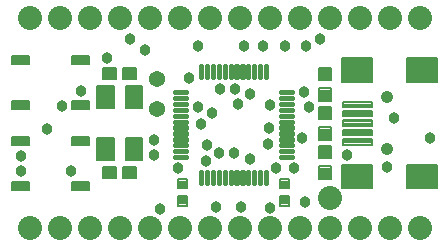
<source format=gts>
G75*
G70*
%OFA0B0*%
%FSLAX24Y24*%
%IPPOS*%
%LPD*%
%AMOC8*
5,1,8,0,0,1.08239X$1,22.5*
%
%ADD10C,0.0068*%
%ADD11C,0.0067*%
%ADD12C,0.0077*%
%ADD13C,0.0068*%
%ADD14C,0.0414*%
%ADD15C,0.0071*%
%ADD16C,0.0072*%
%ADD17C,0.0093*%
%ADD18C,0.0800*%
%ADD19C,0.0540*%
%ADD20C,0.0380*%
D10*
X016187Y007533D02*
X016611Y007533D01*
X016611Y007147D01*
X016187Y007147D01*
X016187Y007533D01*
X016187Y007214D02*
X016611Y007214D01*
X016611Y007281D02*
X016187Y007281D01*
X016187Y007348D02*
X016611Y007348D01*
X016611Y007415D02*
X016187Y007415D01*
X016187Y007482D02*
X016611Y007482D01*
X016856Y007533D02*
X017280Y007533D01*
X017280Y007147D01*
X016856Y007147D01*
X016856Y007533D01*
X016856Y007214D02*
X017280Y007214D01*
X017280Y007281D02*
X016856Y007281D01*
X016856Y007348D02*
X017280Y007348D01*
X017280Y007415D02*
X016856Y007415D01*
X016856Y007482D02*
X017280Y007482D01*
X023380Y007567D02*
X023380Y007143D01*
X023380Y007567D02*
X023766Y007567D01*
X023766Y007143D01*
X023380Y007143D01*
X023380Y007210D02*
X023766Y007210D01*
X023766Y007277D02*
X023380Y007277D01*
X023380Y007344D02*
X023766Y007344D01*
X023766Y007411D02*
X023380Y007411D01*
X023380Y007478D02*
X023766Y007478D01*
X023766Y007545D02*
X023380Y007545D01*
X023380Y007813D02*
X023380Y008237D01*
X023766Y008237D01*
X023766Y007813D01*
X023380Y007813D01*
X023380Y007880D02*
X023766Y007880D01*
X023766Y007947D02*
X023380Y007947D01*
X023380Y008014D02*
X023766Y008014D01*
X023766Y008081D02*
X023380Y008081D01*
X023380Y008148D02*
X023766Y008148D01*
X023766Y008215D02*
X023380Y008215D01*
X023766Y008443D02*
X023766Y008867D01*
X023766Y008443D02*
X023380Y008443D01*
X023380Y008867D01*
X023766Y008867D01*
X023766Y008510D02*
X023380Y008510D01*
X023380Y008577D02*
X023766Y008577D01*
X023766Y008644D02*
X023380Y008644D01*
X023380Y008711D02*
X023766Y008711D01*
X023766Y008778D02*
X023380Y008778D01*
X023380Y008845D02*
X023766Y008845D01*
X023766Y009113D02*
X023766Y009537D01*
X023766Y009113D02*
X023380Y009113D01*
X023380Y009537D01*
X023766Y009537D01*
X023766Y009180D02*
X023380Y009180D01*
X023380Y009247D02*
X023766Y009247D01*
X023766Y009314D02*
X023380Y009314D01*
X023380Y009381D02*
X023766Y009381D01*
X023766Y009448D02*
X023380Y009448D01*
X023380Y009515D02*
X023766Y009515D01*
X023380Y009743D02*
X023380Y010167D01*
X023766Y010167D01*
X023766Y009743D01*
X023380Y009743D01*
X023380Y009810D02*
X023766Y009810D01*
X023766Y009877D02*
X023380Y009877D01*
X023380Y009944D02*
X023766Y009944D01*
X023766Y010011D02*
X023380Y010011D01*
X023380Y010078D02*
X023766Y010078D01*
X023766Y010145D02*
X023380Y010145D01*
X023380Y010413D02*
X023380Y010837D01*
X023766Y010837D01*
X023766Y010413D01*
X023380Y010413D01*
X023380Y010480D02*
X023766Y010480D01*
X023766Y010547D02*
X023380Y010547D01*
X023380Y010614D02*
X023766Y010614D01*
X023766Y010681D02*
X023380Y010681D01*
X023380Y010748D02*
X023766Y010748D01*
X023766Y010815D02*
X023380Y010815D01*
X017280Y010447D02*
X016856Y010447D01*
X016856Y010833D01*
X017280Y010833D01*
X017280Y010447D01*
X017280Y010514D02*
X016856Y010514D01*
X016856Y010581D02*
X017280Y010581D01*
X017280Y010648D02*
X016856Y010648D01*
X016856Y010715D02*
X017280Y010715D01*
X017280Y010782D02*
X016856Y010782D01*
X016611Y010447D02*
X016187Y010447D01*
X016187Y010833D01*
X016611Y010833D01*
X016611Y010447D01*
X016611Y010514D02*
X016187Y010514D01*
X016187Y010581D02*
X016611Y010581D01*
X016611Y010648D02*
X016187Y010648D01*
X016187Y010715D02*
X016611Y010715D01*
X016611Y010782D02*
X016187Y010782D01*
D11*
X015989Y010227D02*
X015989Y009485D01*
X015989Y010227D02*
X016533Y010227D01*
X016533Y009485D01*
X015989Y009485D01*
X015989Y009551D02*
X016533Y009551D01*
X016533Y009617D02*
X015989Y009617D01*
X015989Y009683D02*
X016533Y009683D01*
X016533Y009749D02*
X015989Y009749D01*
X015989Y009815D02*
X016533Y009815D01*
X016533Y009881D02*
X015989Y009881D01*
X015989Y009947D02*
X016533Y009947D01*
X016533Y010013D02*
X015989Y010013D01*
X015989Y010079D02*
X016533Y010079D01*
X016533Y010145D02*
X015989Y010145D01*
X015989Y010211D02*
X016533Y010211D01*
X016934Y010227D02*
X016934Y009485D01*
X016934Y010227D02*
X017478Y010227D01*
X017478Y009485D01*
X016934Y009485D01*
X016934Y009551D02*
X017478Y009551D01*
X017478Y009617D02*
X016934Y009617D01*
X016934Y009683D02*
X017478Y009683D01*
X017478Y009749D02*
X016934Y009749D01*
X016934Y009815D02*
X017478Y009815D01*
X017478Y009881D02*
X016934Y009881D01*
X016934Y009947D02*
X017478Y009947D01*
X017478Y010013D02*
X016934Y010013D01*
X016934Y010079D02*
X017478Y010079D01*
X017478Y010145D02*
X016934Y010145D01*
X016934Y010211D02*
X017478Y010211D01*
X016934Y008495D02*
X016934Y007753D01*
X016934Y008495D02*
X017478Y008495D01*
X017478Y007753D01*
X016934Y007753D01*
X016934Y007819D02*
X017478Y007819D01*
X017478Y007885D02*
X016934Y007885D01*
X016934Y007951D02*
X017478Y007951D01*
X017478Y008017D02*
X016934Y008017D01*
X016934Y008083D02*
X017478Y008083D01*
X017478Y008149D02*
X016934Y008149D01*
X016934Y008215D02*
X017478Y008215D01*
X017478Y008281D02*
X016934Y008281D01*
X016934Y008347D02*
X017478Y008347D01*
X017478Y008413D02*
X016934Y008413D01*
X016934Y008479D02*
X017478Y008479D01*
X015989Y008495D02*
X015989Y007753D01*
X015989Y008495D02*
X016533Y008495D01*
X016533Y007753D01*
X015989Y007753D01*
X015989Y007819D02*
X016533Y007819D01*
X016533Y007885D02*
X015989Y007885D01*
X015989Y007951D02*
X016533Y007951D01*
X016533Y008017D02*
X015989Y008017D01*
X015989Y008083D02*
X016533Y008083D01*
X016533Y008149D02*
X015989Y008149D01*
X015989Y008215D02*
X016533Y008215D01*
X016533Y008281D02*
X015989Y008281D01*
X015989Y008347D02*
X016533Y008347D01*
X016533Y008413D02*
X015989Y008413D01*
X015989Y008479D02*
X016533Y008479D01*
D12*
X024165Y008450D02*
X025133Y008450D01*
X025133Y008270D01*
X024165Y008270D01*
X024165Y008450D01*
X024165Y008346D02*
X025133Y008346D01*
X025133Y008422D02*
X024165Y008422D01*
X024165Y008765D02*
X025133Y008765D01*
X025133Y008585D01*
X024165Y008585D01*
X024165Y008765D01*
X024165Y008661D02*
X025133Y008661D01*
X025133Y008737D02*
X024165Y008737D01*
X024165Y009080D02*
X025133Y009080D01*
X025133Y008900D01*
X024165Y008900D01*
X024165Y009080D01*
X024165Y008976D02*
X025133Y008976D01*
X025133Y009052D02*
X024165Y009052D01*
X024165Y009395D02*
X025133Y009395D01*
X025133Y009215D01*
X024165Y009215D01*
X024165Y009395D01*
X024165Y009291D02*
X025133Y009291D01*
X025133Y009367D02*
X024165Y009367D01*
X024165Y009710D02*
X025133Y009710D01*
X025133Y009530D01*
X024165Y009530D01*
X024165Y009710D01*
X024165Y009606D02*
X025133Y009606D01*
X025133Y009682D02*
X024165Y009682D01*
D13*
X024161Y011151D02*
X025137Y011151D01*
X025137Y010373D01*
X024161Y010373D01*
X024161Y011151D01*
X024161Y010440D02*
X025137Y010440D01*
X025137Y010507D02*
X024161Y010507D01*
X024161Y010574D02*
X025137Y010574D01*
X025137Y010641D02*
X024161Y010641D01*
X024161Y010708D02*
X025137Y010708D01*
X025137Y010775D02*
X024161Y010775D01*
X024161Y010842D02*
X025137Y010842D01*
X025137Y010909D02*
X024161Y010909D01*
X024161Y010976D02*
X025137Y010976D01*
X025137Y011043D02*
X024161Y011043D01*
X024161Y011110D02*
X025137Y011110D01*
X026326Y011151D02*
X027302Y011151D01*
X027302Y010373D01*
X026326Y010373D01*
X026326Y011151D01*
X026326Y010440D02*
X027302Y010440D01*
X027302Y010507D02*
X026326Y010507D01*
X026326Y010574D02*
X027302Y010574D01*
X027302Y010641D02*
X026326Y010641D01*
X026326Y010708D02*
X027302Y010708D01*
X027302Y010775D02*
X026326Y010775D01*
X026326Y010842D02*
X027302Y010842D01*
X027302Y010909D02*
X026326Y010909D01*
X026326Y010976D02*
X027302Y010976D01*
X027302Y011043D02*
X026326Y011043D01*
X026326Y011110D02*
X027302Y011110D01*
X027302Y007607D02*
X026326Y007607D01*
X027302Y007607D02*
X027302Y006829D01*
X026326Y006829D01*
X026326Y007607D01*
X026326Y006896D02*
X027302Y006896D01*
X027302Y006963D02*
X026326Y006963D01*
X026326Y007030D02*
X027302Y007030D01*
X027302Y007097D02*
X026326Y007097D01*
X026326Y007164D02*
X027302Y007164D01*
X027302Y007231D02*
X026326Y007231D01*
X026326Y007298D02*
X027302Y007298D01*
X027302Y007365D02*
X026326Y007365D01*
X026326Y007432D02*
X027302Y007432D01*
X027302Y007499D02*
X026326Y007499D01*
X026326Y007566D02*
X027302Y007566D01*
X025137Y007607D02*
X024161Y007607D01*
X025137Y007607D02*
X025137Y006829D01*
X024161Y006829D01*
X024161Y007607D01*
X024161Y006896D02*
X025137Y006896D01*
X025137Y006963D02*
X024161Y006963D01*
X024161Y007030D02*
X025137Y007030D01*
X025137Y007097D02*
X024161Y007097D01*
X024161Y007164D02*
X025137Y007164D01*
X025137Y007231D02*
X024161Y007231D01*
X024161Y007298D02*
X025137Y007298D01*
X025137Y007365D02*
X024161Y007365D01*
X024161Y007432D02*
X025137Y007432D01*
X025137Y007499D02*
X024161Y007499D01*
X024161Y007566D02*
X025137Y007566D01*
D14*
X025633Y008124D03*
X025633Y009856D03*
D15*
X022385Y006833D02*
X022081Y006833D01*
X022081Y007137D01*
X022385Y007137D01*
X022385Y006833D01*
X022385Y006903D02*
X022081Y006903D01*
X022081Y006973D02*
X022385Y006973D01*
X022385Y007043D02*
X022081Y007043D01*
X022081Y007113D02*
X022385Y007113D01*
X022385Y006243D02*
X022081Y006243D01*
X022081Y006547D01*
X022385Y006547D01*
X022385Y006243D01*
X022385Y006313D02*
X022081Y006313D01*
X022081Y006383D02*
X022385Y006383D01*
X022385Y006453D02*
X022081Y006453D01*
X022081Y006523D02*
X022385Y006523D01*
X018985Y006243D02*
X018681Y006243D01*
X018681Y006547D01*
X018985Y006547D01*
X018985Y006243D01*
X018985Y006313D02*
X018681Y006313D01*
X018681Y006383D02*
X018985Y006383D01*
X018985Y006453D02*
X018681Y006453D01*
X018681Y006523D02*
X018985Y006523D01*
X018985Y006833D02*
X018681Y006833D01*
X018681Y007137D01*
X018985Y007137D01*
X018985Y006833D01*
X018985Y006903D02*
X018681Y006903D01*
X018681Y006973D02*
X018985Y006973D01*
X018985Y007043D02*
X018681Y007043D01*
X018681Y007113D02*
X018985Y007113D01*
D16*
X015139Y007034D02*
X015139Y006746D01*
X015139Y007034D02*
X015727Y007034D01*
X015727Y006746D01*
X015139Y006746D01*
X015139Y006817D02*
X015727Y006817D01*
X015727Y006888D02*
X015139Y006888D01*
X015139Y006959D02*
X015727Y006959D01*
X015727Y007030D02*
X015139Y007030D01*
X013139Y007034D02*
X013139Y006746D01*
X013139Y007034D02*
X013727Y007034D01*
X013727Y006746D01*
X013139Y006746D01*
X013139Y006817D02*
X013727Y006817D01*
X013727Y006888D02*
X013139Y006888D01*
X013139Y006959D02*
X013727Y006959D01*
X013727Y007030D02*
X013139Y007030D01*
X013139Y008246D02*
X013139Y008534D01*
X013727Y008534D01*
X013727Y008246D01*
X013139Y008246D01*
X013139Y008317D02*
X013727Y008317D01*
X013727Y008388D02*
X013139Y008388D01*
X013139Y008459D02*
X013727Y008459D01*
X013727Y008530D02*
X013139Y008530D01*
X013139Y009446D02*
X013139Y009734D01*
X013727Y009734D01*
X013727Y009446D01*
X013139Y009446D01*
X013139Y009517D02*
X013727Y009517D01*
X013727Y009588D02*
X013139Y009588D01*
X013139Y009659D02*
X013727Y009659D01*
X013727Y009730D02*
X013139Y009730D01*
X015139Y009734D02*
X015139Y009446D01*
X015139Y009734D02*
X015727Y009734D01*
X015727Y009446D01*
X015139Y009446D01*
X015139Y009517D02*
X015727Y009517D01*
X015727Y009588D02*
X015139Y009588D01*
X015139Y009659D02*
X015727Y009659D01*
X015727Y009730D02*
X015139Y009730D01*
X015139Y008534D02*
X015139Y008246D01*
X015139Y008534D02*
X015727Y008534D01*
X015727Y008246D01*
X015139Y008246D01*
X015139Y008317D02*
X015727Y008317D01*
X015727Y008388D02*
X015139Y008388D01*
X015139Y008459D02*
X015727Y008459D01*
X015727Y008530D02*
X015139Y008530D01*
X015139Y010946D02*
X015139Y011234D01*
X015727Y011234D01*
X015727Y010946D01*
X015139Y010946D01*
X015139Y011017D02*
X015727Y011017D01*
X015727Y011088D02*
X015139Y011088D01*
X015139Y011159D02*
X015727Y011159D01*
X015727Y011230D02*
X015139Y011230D01*
X013139Y011234D02*
X013139Y010946D01*
X013139Y011234D02*
X013727Y011234D01*
X013727Y010946D01*
X013139Y010946D01*
X013139Y011017D02*
X013727Y011017D01*
X013727Y011088D02*
X013139Y011088D01*
X013139Y011159D02*
X013727Y011159D01*
X013727Y011230D02*
X013139Y011230D01*
D17*
X018542Y010060D02*
X018982Y010060D01*
X018982Y009986D01*
X018542Y009986D01*
X018542Y010060D01*
X018542Y009863D02*
X018982Y009863D01*
X018982Y009789D01*
X018542Y009789D01*
X018542Y009863D01*
X018542Y009666D02*
X018982Y009666D01*
X018982Y009592D01*
X018542Y009592D01*
X018542Y009666D01*
X018542Y009469D02*
X018982Y009469D01*
X018982Y009395D01*
X018542Y009395D01*
X018542Y009469D01*
X018542Y009198D02*
X018982Y009198D01*
X018542Y009198D02*
X018542Y009272D01*
X018982Y009272D01*
X018982Y009198D01*
X018982Y009075D02*
X018542Y009075D01*
X018982Y009075D02*
X018982Y009001D01*
X018542Y009001D01*
X018542Y009075D01*
X018542Y008879D02*
X018982Y008879D01*
X018982Y008805D01*
X018542Y008805D01*
X018542Y008879D01*
X018542Y008682D02*
X018982Y008682D01*
X018982Y008608D01*
X018542Y008608D01*
X018542Y008682D01*
X018542Y008485D02*
X018982Y008485D01*
X018982Y008411D01*
X018542Y008411D01*
X018542Y008485D01*
X018542Y008288D02*
X018982Y008288D01*
X018982Y008214D01*
X018542Y008214D01*
X018542Y008288D01*
X018542Y008091D02*
X018982Y008091D01*
X018982Y008017D01*
X018542Y008017D01*
X018542Y008091D01*
X018542Y007894D02*
X018982Y007894D01*
X018982Y007820D01*
X018542Y007820D01*
X018542Y007894D01*
X019414Y007388D02*
X019414Y006948D01*
X019414Y007388D02*
X019488Y007388D01*
X019488Y006948D01*
X019414Y006948D01*
X019414Y007040D02*
X019488Y007040D01*
X019488Y007132D02*
X019414Y007132D01*
X019414Y007224D02*
X019488Y007224D01*
X019488Y007316D02*
X019414Y007316D01*
X019611Y007388D02*
X019611Y006948D01*
X019611Y007388D02*
X019685Y007388D01*
X019685Y006948D01*
X019611Y006948D01*
X019611Y007040D02*
X019685Y007040D01*
X019685Y007132D02*
X019611Y007132D01*
X019611Y007224D02*
X019685Y007224D01*
X019685Y007316D02*
X019611Y007316D01*
X019807Y007388D02*
X019807Y006948D01*
X019807Y007388D02*
X019881Y007388D01*
X019881Y006948D01*
X019807Y006948D01*
X019807Y007040D02*
X019881Y007040D01*
X019881Y007132D02*
X019807Y007132D01*
X019807Y007224D02*
X019881Y007224D01*
X019881Y007316D02*
X019807Y007316D01*
X020004Y007388D02*
X020004Y006948D01*
X020004Y007388D02*
X020078Y007388D01*
X020078Y006948D01*
X020004Y006948D01*
X020004Y007040D02*
X020078Y007040D01*
X020078Y007132D02*
X020004Y007132D01*
X020004Y007224D02*
X020078Y007224D01*
X020078Y007316D02*
X020004Y007316D01*
X020201Y007388D02*
X020201Y006948D01*
X020201Y007388D02*
X020275Y007388D01*
X020275Y006948D01*
X020201Y006948D01*
X020201Y007040D02*
X020275Y007040D01*
X020275Y007132D02*
X020201Y007132D01*
X020201Y007224D02*
X020275Y007224D01*
X020275Y007316D02*
X020201Y007316D01*
X020398Y007388D02*
X020398Y006948D01*
X020398Y007388D02*
X020472Y007388D01*
X020472Y006948D01*
X020398Y006948D01*
X020398Y007040D02*
X020472Y007040D01*
X020472Y007132D02*
X020398Y007132D01*
X020398Y007224D02*
X020472Y007224D01*
X020472Y007316D02*
X020398Y007316D01*
X020595Y007388D02*
X020595Y006948D01*
X020595Y007388D02*
X020669Y007388D01*
X020669Y006948D01*
X020595Y006948D01*
X020595Y007040D02*
X020669Y007040D01*
X020669Y007132D02*
X020595Y007132D01*
X020595Y007224D02*
X020669Y007224D01*
X020669Y007316D02*
X020595Y007316D01*
X020792Y007388D02*
X020792Y006948D01*
X020792Y007388D02*
X020866Y007388D01*
X020866Y006948D01*
X020792Y006948D01*
X020792Y007040D02*
X020866Y007040D01*
X020866Y007132D02*
X020792Y007132D01*
X020792Y007224D02*
X020866Y007224D01*
X020866Y007316D02*
X020792Y007316D01*
X020988Y007388D02*
X020988Y006948D01*
X020988Y007388D02*
X021062Y007388D01*
X021062Y006948D01*
X020988Y006948D01*
X020988Y007040D02*
X021062Y007040D01*
X021062Y007132D02*
X020988Y007132D01*
X020988Y007224D02*
X021062Y007224D01*
X021062Y007316D02*
X020988Y007316D01*
X021185Y007388D02*
X021185Y006948D01*
X021185Y007388D02*
X021259Y007388D01*
X021259Y006948D01*
X021185Y006948D01*
X021185Y007040D02*
X021259Y007040D01*
X021259Y007132D02*
X021185Y007132D01*
X021185Y007224D02*
X021259Y007224D01*
X021259Y007316D02*
X021185Y007316D01*
X021382Y007388D02*
X021382Y006948D01*
X021382Y007388D02*
X021456Y007388D01*
X021456Y006948D01*
X021382Y006948D01*
X021382Y007040D02*
X021456Y007040D01*
X021456Y007132D02*
X021382Y007132D01*
X021382Y007224D02*
X021456Y007224D01*
X021456Y007316D02*
X021382Y007316D01*
X021579Y007388D02*
X021579Y006948D01*
X021579Y007388D02*
X021653Y007388D01*
X021653Y006948D01*
X021579Y006948D01*
X021579Y007040D02*
X021653Y007040D01*
X021653Y007132D02*
X021579Y007132D01*
X021579Y007224D02*
X021653Y007224D01*
X021653Y007316D02*
X021579Y007316D01*
X022085Y007894D02*
X022525Y007894D01*
X022525Y007820D01*
X022085Y007820D01*
X022085Y007894D01*
X022085Y008091D02*
X022525Y008091D01*
X022525Y008017D01*
X022085Y008017D01*
X022085Y008091D01*
X022085Y008288D02*
X022525Y008288D01*
X022525Y008214D01*
X022085Y008214D01*
X022085Y008288D01*
X022085Y008485D02*
X022525Y008485D01*
X022525Y008411D01*
X022085Y008411D01*
X022085Y008485D01*
X022085Y008682D02*
X022525Y008682D01*
X022525Y008608D01*
X022085Y008608D01*
X022085Y008682D01*
X022085Y008879D02*
X022525Y008879D01*
X022525Y008805D01*
X022085Y008805D01*
X022085Y008879D01*
X022085Y009075D02*
X022525Y009075D01*
X022525Y009001D01*
X022085Y009001D01*
X022085Y009075D01*
X022085Y009198D02*
X022525Y009198D01*
X022085Y009198D02*
X022085Y009272D01*
X022525Y009272D01*
X022525Y009198D01*
X022525Y009469D02*
X022085Y009469D01*
X022525Y009469D02*
X022525Y009395D01*
X022085Y009395D01*
X022085Y009469D01*
X022085Y009666D02*
X022525Y009666D01*
X022525Y009592D01*
X022085Y009592D01*
X022085Y009666D01*
X022085Y009863D02*
X022525Y009863D01*
X022525Y009789D01*
X022085Y009789D01*
X022085Y009863D01*
X022085Y010060D02*
X022525Y010060D01*
X022525Y009986D01*
X022085Y009986D01*
X022085Y010060D01*
X021579Y010492D02*
X021579Y010932D01*
X021653Y010932D01*
X021653Y010492D01*
X021579Y010492D01*
X021579Y010584D02*
X021653Y010584D01*
X021653Y010676D02*
X021579Y010676D01*
X021579Y010768D02*
X021653Y010768D01*
X021653Y010860D02*
X021579Y010860D01*
X021382Y010932D02*
X021382Y010492D01*
X021382Y010932D02*
X021456Y010932D01*
X021456Y010492D01*
X021382Y010492D01*
X021382Y010584D02*
X021456Y010584D01*
X021456Y010676D02*
X021382Y010676D01*
X021382Y010768D02*
X021456Y010768D01*
X021456Y010860D02*
X021382Y010860D01*
X021185Y010932D02*
X021185Y010492D01*
X021185Y010932D02*
X021259Y010932D01*
X021259Y010492D01*
X021185Y010492D01*
X021185Y010584D02*
X021259Y010584D01*
X021259Y010676D02*
X021185Y010676D01*
X021185Y010768D02*
X021259Y010768D01*
X021259Y010860D02*
X021185Y010860D01*
X020988Y010932D02*
X020988Y010492D01*
X020988Y010932D02*
X021062Y010932D01*
X021062Y010492D01*
X020988Y010492D01*
X020988Y010584D02*
X021062Y010584D01*
X021062Y010676D02*
X020988Y010676D01*
X020988Y010768D02*
X021062Y010768D01*
X021062Y010860D02*
X020988Y010860D01*
X020792Y010932D02*
X020792Y010492D01*
X020792Y010932D02*
X020866Y010932D01*
X020866Y010492D01*
X020792Y010492D01*
X020792Y010584D02*
X020866Y010584D01*
X020866Y010676D02*
X020792Y010676D01*
X020792Y010768D02*
X020866Y010768D01*
X020866Y010860D02*
X020792Y010860D01*
X020595Y010932D02*
X020595Y010492D01*
X020595Y010932D02*
X020669Y010932D01*
X020669Y010492D01*
X020595Y010492D01*
X020595Y010584D02*
X020669Y010584D01*
X020669Y010676D02*
X020595Y010676D01*
X020595Y010768D02*
X020669Y010768D01*
X020669Y010860D02*
X020595Y010860D01*
X020398Y010932D02*
X020398Y010492D01*
X020398Y010932D02*
X020472Y010932D01*
X020472Y010492D01*
X020398Y010492D01*
X020398Y010584D02*
X020472Y010584D01*
X020472Y010676D02*
X020398Y010676D01*
X020398Y010768D02*
X020472Y010768D01*
X020472Y010860D02*
X020398Y010860D01*
X020275Y010932D02*
X020275Y010492D01*
X020201Y010492D01*
X020201Y010932D01*
X020275Y010932D01*
X020275Y010584D02*
X020201Y010584D01*
X020201Y010676D02*
X020275Y010676D01*
X020275Y010768D02*
X020201Y010768D01*
X020201Y010860D02*
X020275Y010860D01*
X020004Y010932D02*
X020004Y010492D01*
X020004Y010932D02*
X020078Y010932D01*
X020078Y010492D01*
X020004Y010492D01*
X020004Y010584D02*
X020078Y010584D01*
X020078Y010676D02*
X020004Y010676D01*
X020004Y010768D02*
X020078Y010768D01*
X020078Y010860D02*
X020004Y010860D01*
X019807Y010932D02*
X019807Y010492D01*
X019807Y010932D02*
X019881Y010932D01*
X019881Y010492D01*
X019807Y010492D01*
X019807Y010584D02*
X019881Y010584D01*
X019881Y010676D02*
X019807Y010676D01*
X019807Y010768D02*
X019881Y010768D01*
X019881Y010860D02*
X019807Y010860D01*
X019611Y010932D02*
X019611Y010492D01*
X019611Y010932D02*
X019685Y010932D01*
X019685Y010492D01*
X019611Y010492D01*
X019611Y010584D02*
X019685Y010584D01*
X019685Y010676D02*
X019611Y010676D01*
X019611Y010768D02*
X019685Y010768D01*
X019685Y010860D02*
X019611Y010860D01*
X019414Y010932D02*
X019414Y010492D01*
X019414Y010932D02*
X019488Y010932D01*
X019488Y010492D01*
X019414Y010492D01*
X019414Y010584D02*
X019488Y010584D01*
X019488Y010676D02*
X019414Y010676D01*
X019414Y010768D02*
X019488Y010768D01*
X019488Y010860D02*
X019414Y010860D01*
D18*
X013733Y005490D03*
X014733Y005490D03*
X015733Y005490D03*
X016733Y005490D03*
X017733Y005490D03*
X018733Y005490D03*
X019733Y005490D03*
X020733Y005490D03*
X021733Y005490D03*
X022733Y005490D03*
X023733Y005490D03*
X024733Y005490D03*
X025733Y005490D03*
X026733Y005490D03*
X023733Y006490D03*
X023733Y012490D03*
X024733Y012490D03*
X025733Y012490D03*
X026733Y012490D03*
X022733Y012490D03*
X021733Y012490D03*
X020733Y012490D03*
X019733Y012490D03*
X018733Y012490D03*
X017733Y012490D03*
X016733Y012490D03*
X015733Y012490D03*
X014733Y012490D03*
X013733Y012490D03*
D19*
X017973Y010470D03*
X017973Y009470D03*
D20*
X019333Y009520D03*
X019823Y009320D03*
X019433Y008950D03*
X020693Y009630D03*
X021073Y009970D03*
X020583Y010130D03*
X020083Y010130D03*
X019033Y010490D03*
X017573Y011440D03*
X017093Y011780D03*
X016323Y011160D03*
X015443Y010070D03*
X014803Y009560D03*
X014323Y008810D03*
X013433Y007880D03*
X013433Y007380D03*
X015103Y007410D03*
X017873Y007930D03*
X018673Y007480D03*
X019603Y007740D03*
X020063Y007980D03*
X020563Y007980D03*
X021073Y007800D03*
X021673Y008290D03*
X021713Y008840D03*
X022823Y008510D03*
X024303Y007930D03*
X025643Y007530D03*
X027093Y008480D03*
X025873Y009160D03*
X023053Y009530D03*
X022873Y010020D03*
X021743Y009600D03*
X019633Y008250D03*
X017873Y008430D03*
X021953Y007490D03*
X022533Y007490D03*
X022903Y006360D03*
X021733Y006170D03*
X020783Y006180D03*
X019963Y006180D03*
X018093Y006130D03*
X019343Y011570D03*
X020883Y011570D03*
X021513Y011570D03*
X022263Y011570D03*
X022933Y011570D03*
X023413Y011790D03*
M02*

</source>
